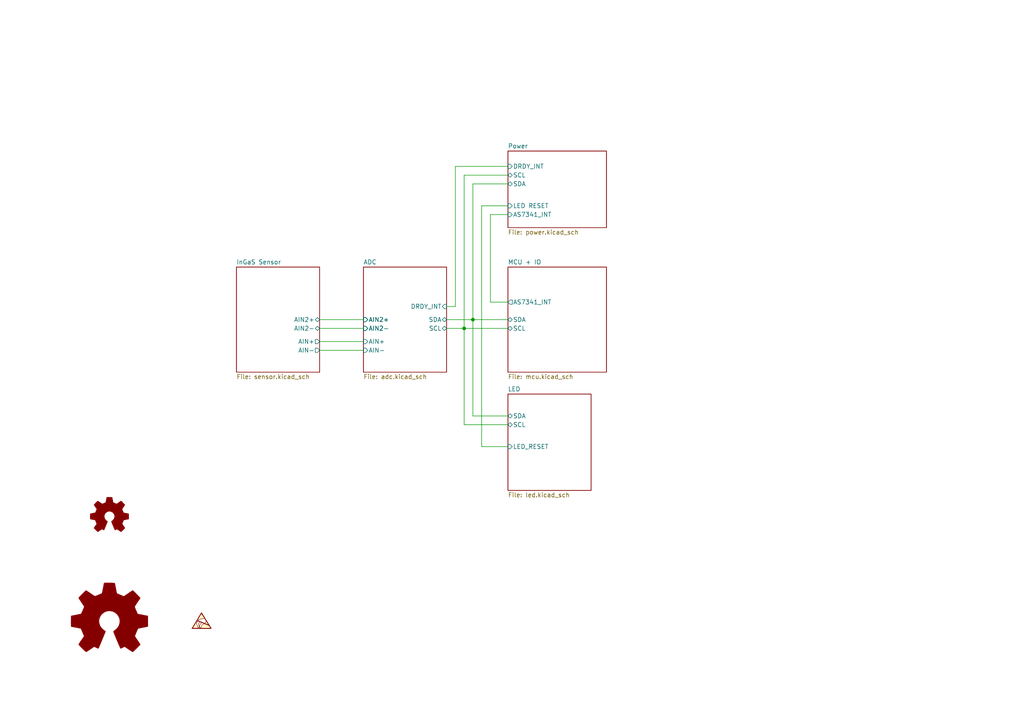
<source format=kicad_sch>
(kicad_sch (version 20230121) (generator eeschema)
  (paper "A4")
  (title_block (title "Development Board") (date "2023-10-29") (rev "3") (company "Plastic Scanner"))
  (lib_symbols
    (symbol "Graphic:Logo_Open_Hardware_Large" (pin_names (offset 1.016))
      (symbol "Logo_Open_Hardware_Large_1_1"
        (polyline (pts (xy 6.731 -8.7122) (xy 6.6294 -8.6614) (xy 6.35 -8.4836) (xy 5.9944 -8.255) (xy 5.5372 -7.9502) (xy 5.1054 -7.6454) (xy 4.7498 -7.4168) (xy 4.4958 -7.239) (xy 4.3942 -7.1882) (xy 4.318 -7.2136) (xy 4.1148 -7.3152) (xy 3.81 -7.4676) (xy 3.6322 -7.5692) (xy 3.3528 -7.6708) (xy 3.2258 -7.6962) (xy 3.2004 -7.6708) (xy 3.0988 -7.4676) (xy 2.9464 -7.0866) (xy 2.7178 -6.604) (xy 2.4892 -6.0452) (xy 2.2352 -5.4356) (xy 1.9558 -4.826) (xy 1.7272 -4.2164) (xy 1.4986 -3.683) (xy 1.3208 -3.2512) (xy 1.2192 -2.9464) (xy 1.1684 -2.8194) (xy 1.1938 -2.794) (xy 1.3208 -2.667) (xy 1.5748 -2.4892) (xy 2.0828 -2.0574) (xy 2.6162 -1.397) (xy 2.921 -0.6604) (xy 3.048 0.1524) (xy 2.9464 0.9144) (xy 2.6416 1.6256) (xy 2.1336 2.286) (xy 1.524 2.7686) (xy 0.8128 3.0734) (xy 0 3.175) (xy -0.762 3.0988) (xy -1.4986 2.794) (xy -2.159 2.286) (xy -2.4384 1.9812) (xy -2.8194 1.3208) (xy -3.048 0.6096) (xy -3.0734 0.4318) (xy -3.0226 -0.3556) (xy -2.794 -1.0922) (xy -2.3876 -1.7526) (xy -1.8288 -2.3114) (xy -1.7526 -2.3622) (xy -1.4732 -2.5654) (xy -1.2954 -2.6924) (xy -1.1684 -2.8194) (xy -2.159 -5.207) (xy -2.3114 -5.588) (xy -2.5908 -6.2484) (xy -2.8194 -6.8072) (xy -3.0226 -7.2644) (xy -3.1496 -7.5692) (xy -3.2258 -7.6708) (xy -3.2258 -7.6962) (xy -3.302 -7.6962) (xy -3.4798 -7.6454) (xy -3.8354 -7.4676) (xy -4.0386 -7.366) (xy -4.2926 -7.239) (xy -4.4196 -7.1882) (xy -4.5212 -7.239) (xy -4.7498 -7.3914) (xy -5.1054 -7.6454) (xy -5.5372 -7.9248) (xy -5.9436 -8.2042) (xy -6.3246 -8.4582) (xy -6.604 -8.636) (xy -6.731 -8.7122) (xy -6.7564 -8.7122) (xy -6.858 -8.636) (xy -7.0866 -8.4582) (xy -7.4168 -8.1534) (xy -7.874 -7.6962) (xy -7.9502 -7.62) (xy -8.3312 -7.239) (xy -8.636 -6.9088) (xy -8.8392 -6.6802) (xy -8.9154 -6.5786) (xy -8.9154 -6.5786) (xy -8.8392 -6.4516) (xy -8.6614 -6.1722) (xy -8.4328 -5.7912) (xy -8.128 -5.3594) (xy -7.3152 -4.191) (xy -7.7724 -3.0988) (xy -7.8994 -2.7686) (xy -8.0772 -2.3622) (xy -8.2042 -2.0828) (xy -8.255 -1.9558) (xy -8.382 -1.905) (xy -8.6614 -1.8542) (xy -9.0932 -1.7526) (xy -9.6266 -1.651) (xy -10.1092 -1.5748) (xy -10.541 -1.4732) (xy -10.8712 -1.4224) (xy -11.0236 -1.397) (xy -11.049 -1.3716) (xy -11.0744 -1.2954) (xy -11.0998 -1.143) (xy -11.0998 -0.889) (xy -11.1252 -0.4572) (xy -11.1252 0.1524) (xy -11.1252 0.2286) (xy -11.0998 0.8128) (xy -11.0998 1.27) (xy -11.0744 1.5494) (xy -11.0744 1.6764) (xy -11.0744 1.6764) (xy -10.922 1.7018) (xy -10.6172 1.778) (xy -10.16 1.8542) (xy -9.652 1.9558) (xy -9.6012 1.9812) (xy -9.0932 2.0828) (xy -8.636 2.159) (xy -8.3312 2.2352) (xy -8.2042 2.286) (xy -8.1788 2.3114) (xy -8.0772 2.5146) (xy -7.9248 2.8448) (xy -7.747 3.2512) (xy -7.5692 3.6576) (xy -7.4168 4.0386) (xy -7.3152 4.318) (xy -7.2898 4.445) (xy -7.2898 4.445) (xy -7.366 4.572) (xy -7.5438 4.826) (xy -7.7978 5.207) (xy -8.128 5.6642) (xy -8.128 5.6896) (xy -8.4328 6.1468) (xy -8.6868 6.5278) (xy -8.8392 6.7818) (xy -8.9154 6.9088) (xy -8.9154 6.9088) (xy -8.8138 7.0358) (xy -8.5852 7.2898) (xy -8.255 7.6454) (xy -7.874 8.0264) (xy -7.747 8.1534) (xy -7.3152 8.5852) (xy -7.0104 8.8646) (xy -6.8326 8.9916) (xy -6.731 9.0424) (xy -6.731 9.0424) (xy -6.604 8.9408) (xy -6.3246 8.763) (xy -5.9436 8.509) (xy -5.4864 8.2042) (xy -5.461 8.1788) (xy -5.0038 7.874) (xy -4.6482 7.62) (xy -4.3688 7.4422) (xy -4.2672 7.3914) (xy -4.2418 7.3914) (xy -4.064 7.4422) (xy -3.7338 7.5438) (xy -3.3528 7.6962) (xy -2.9464 7.874) (xy -2.5654 8.0264) (xy -2.286 8.1534) (xy -2.159 8.2296) (xy -2.159 8.2296) (xy -2.1082 8.382) (xy -2.032 8.7122) (xy -1.9304 9.1694) (xy -1.8288 9.7282) (xy -1.8034 9.8044) (xy -1.7018 10.3378) (xy -1.6256 10.7696) (xy -1.5748 11.0744) (xy -1.524 11.2014) (xy -1.4478 11.2268) (xy -1.1938 11.2522) (xy -0.8128 11.2522) (xy -0.3302 11.2522) (xy 0.1524 11.2522) (xy 0.6604 11.2522) (xy 1.0668 11.2268) (xy 1.3716 11.2014) (xy 1.4986 11.176) (xy 1.4986 11.176) (xy 1.5494 11.0236) (xy 1.6256 10.6934) (xy 1.7018 10.2108) (xy 1.8288 9.6774) (xy 1.8288 9.5758) (xy 1.9304 9.0424) (xy 2.032 8.6106) (xy 2.0828 8.3058) (xy 2.1336 8.2042) (xy 2.159 8.1788) (xy 2.3876 8.0772) (xy 2.7432 7.9248) (xy 3.175 7.747) (xy 4.191 7.3406) (xy 5.461 8.2042) (xy 5.5626 8.2804) (xy 6.0198 8.5852) (xy 6.3754 8.8392) (xy 6.6294 8.9916) (xy 6.7564 9.0424) (xy 6.7564 9.0424) (xy 6.8834 8.9408) (xy 7.1374 8.7122) (xy 7.4676 8.382) (xy 7.8486 7.9756) (xy 8.1534 7.6962) (xy 8.4836 7.3406) (xy 8.7122 7.112) (xy 8.8392 6.9596) (xy 8.8646 6.858) (xy 8.8646 6.8072) (xy 8.7884 6.6802) (xy 8.6106 6.4008) (xy 8.3312 6.0198) (xy 8.0264 5.588) (xy 7.7978 5.207) (xy 7.5184 4.8006) (xy 7.3406 4.4958) (xy 7.2898 4.3434) (xy 7.2898 4.2926) (xy 7.3914 4.0386) (xy 7.5184 3.683) (xy 7.7216 3.2258) (xy 8.1534 2.2352) (xy 8.7884 2.1082) (xy 9.1948 2.0574) (xy 9.7536 1.9304) (xy 10.2616 1.8288) (xy 11.0998 1.6764) (xy 11.1252 -1.3208) (xy 10.9982 -1.3716) (xy 10.8712 -1.397) (xy 10.5664 -1.4732) (xy 10.1346 -1.5494) (xy 9.6266 -1.651) (xy 9.1948 -1.7272) (xy 8.7376 -1.8288) (xy 8.4328 -1.8796) (xy 8.2804 -1.905) (xy 8.255 -1.9558) (xy 8.1534 -2.159) (xy 7.9756 -2.5146) (xy 7.8232 -2.921) (xy 7.6454 -3.3274) (xy 7.493 -3.7338) (xy 7.366 -4.0132) (xy 7.3406 -4.191) (xy 7.3914 -4.2926) (xy 7.5692 -4.5466) (xy 7.7978 -4.9276) (xy 8.1026 -5.3594) (xy 8.4074 -5.7912) (xy 8.6614 -6.1722) (xy 8.8138 -6.4262) (xy 8.89 -6.5532) (xy 8.8646 -6.6548) (xy 8.6868 -6.858) (xy 8.3566 -7.1882) (xy 7.874 -7.6708) (xy 7.7978 -7.747) (xy 7.3914 -8.128) (xy 7.0612 -8.4328) (xy 6.8326 -8.636) (xy 6.731 -8.7122)) (fill (type outline)))
      )
    )
    (symbol "Graphic:Logo_Open_Hardware_Small" (pin_names (offset 1.016))
      (symbol "Logo_Open_Hardware_Small_0_1"
        (polyline (pts (xy 3.3528 -4.3434) (xy 3.302 -4.318) (xy 3.175 -4.2418) (xy 2.9972 -4.1148) (xy 2.7686 -3.9624) (xy 2.54 -3.81) (xy 2.3622 -3.7084) (xy 2.2352 -3.6068) (xy 2.1844 -3.5814) (xy 2.159 -3.6068) (xy 2.0574 -3.6576) (xy 1.905 -3.7338) (xy 1.8034 -3.7846) (xy 1.6764 -3.8354) (xy 1.6002 -3.8354) (xy 1.6002 -3.8354) (xy 1.5494 -3.7338) (xy 1.4732 -3.5306) (xy 1.3462 -3.302) (xy 1.2446 -3.0226) (xy 1.1176 -2.7178) (xy 0.9652 -2.413) (xy 0.8636 -2.1082) (xy 0.7366 -1.8288) (xy 0.6604 -1.6256) (xy 0.6096 -1.4732) (xy 0.5842 -1.397) (xy 0.5842 -1.397) (xy 0.6604 -1.3208) (xy 0.7874 -1.2446) (xy 1.0414 -1.016) (xy 1.2954 -0.6858) (xy 1.4478 -0.3302) (xy 1.524 0.0762) (xy 1.4732 0.4572) (xy 1.3208 0.8128) (xy 1.0668 1.143) (xy 0.762 1.3716) (xy 0.4064 1.524) (xy 0 1.5748) (xy -0.381 1.5494) (xy -0.7366 1.397) (xy -1.0668 1.143) (xy -1.2192 0.9906) (xy -1.397 0.6604) (xy -1.524 0.3048) (xy -1.524 0.2286) (xy -1.4986 -0.1778) (xy -1.397 -0.5334) (xy -1.1938 -0.8636) (xy -0.9144 -1.143) (xy -0.8636 -1.1684) (xy -0.7366 -1.27) (xy -0.635 -1.3462) (xy -0.5842 -1.397) (xy -1.0668 -2.5908) (xy -1.143 -2.794) (xy -1.2954 -3.1242) (xy -1.397 -3.4036) (xy -1.4986 -3.6322) (xy -1.5748 -3.7846) (xy -1.6002 -3.8354) (xy -1.6002 -3.8354) (xy -1.651 -3.8354) (xy -1.7272 -3.81) (xy -1.905 -3.7338) (xy -2.0066 -3.683) (xy -2.1336 -3.6068) (xy -2.2098 -3.5814) (xy -2.2606 -3.6068) (xy -2.3622 -3.683) (xy -2.54 -3.81) (xy -2.7686 -3.9624) (xy -2.9718 -4.0894) (xy -3.1496 -4.2164) (xy -3.302 -4.318) (xy -3.3528 -4.3434) (xy -3.3782 -4.3434) (xy -3.429 -4.318) (xy -3.5306 -4.2164) (xy -3.7084 -4.064) (xy -3.937 -3.8354) (xy -3.9624 -3.81) (xy -4.1656 -3.6068) (xy -4.318 -3.4544) (xy -4.4196 -3.3274) (xy -4.445 -3.2766) (xy -4.445 -3.2766) (xy -4.4196 -3.2258) (xy -4.318 -3.0734) (xy -4.2164 -2.8956) (xy -4.064 -2.667) (xy -3.6576 -2.0828) (xy -3.8862 -1.5494) (xy -3.937 -1.3716) (xy -4.0386 -1.1684) (xy -4.0894 -1.0414) (xy -4.1148 -0.9652) (xy -4.191 -0.9398) (xy -4.318 -0.9144) (xy -4.5466 -0.8636) (xy -4.8006 -0.8128) (xy -5.0546 -0.7874) (xy -5.2578 -0.7366) (xy -5.4356 -0.7112) (xy -5.5118 -0.6858) (xy -5.5118 -0.6858) (xy -5.5372 -0.635) (xy -5.5372 -0.5588) (xy -5.5372 -0.4318) (xy -5.5626 -0.2286) (xy -5.5626 0.0762) (xy -5.5626 0.127) (xy -5.5372 0.4064) (xy -5.5372 0.635) (xy -5.5372 0.762) (xy -5.5372 0.8382) (xy -5.5372 0.8382) (xy -5.461 0.8382) (xy -5.3086 0.889) (xy -5.08 0.9144) (xy -4.826 0.9652) (xy -4.8006 0.9906) (xy -4.5466 1.0414) (xy -4.318 1.0668) (xy -4.1656 1.1176) (xy -4.0894 1.143) (xy -4.0894 1.143) (xy -4.0386 1.2446) (xy -3.9624 1.4224) (xy -3.8608 1.6256) (xy -3.7846 1.8288) (xy -3.7084 2.0066) (xy -3.6576 2.159) (xy -3.6322 2.2098) (xy -3.6322 2.2098) (xy -3.683 2.286) (xy -3.7592 2.413) (xy -3.8862 2.5908) (xy -4.064 2.8194) (xy -4.064 2.8448) (xy -4.2164 3.0734) (xy -4.3434 3.2512) (xy -4.4196 3.3782) (xy -4.445 3.4544) (xy -4.445 3.4544) (xy -4.3942 3.5052) (xy -4.2926 3.6322) (xy -4.1148 3.81) (xy -3.937 4.0132) (xy -3.8608 4.064) (xy -3.6576 4.2926) (xy -3.5052 4.4196) (xy -3.4036 4.4958) (xy -3.3528 4.5212) (xy -3.3528 4.5212) (xy -3.302 4.4704) (xy -3.1496 4.3688) (xy -2.9718 4.2418) (xy -2.7432 4.0894) (xy -2.7178 4.0894) (xy -2.4892 3.937) (xy -2.3114 3.81) (xy -2.1844 3.7084) (xy -2.1336 3.683) (xy -2.1082 3.683) (xy -2.032 3.7084) (xy -1.8542 3.7592) (xy -1.6764 3.8354) (xy -1.4732 3.937) (xy -1.27 4.0132) (xy -1.143 4.064) (xy -1.0668 4.1148) (xy -1.0668 4.1148) (xy -1.0414 4.191) (xy -1.016 4.3434) (xy -0.9652 4.572) (xy -0.9144 4.8514) (xy -0.889 4.9022) (xy -0.8382 5.1562) (xy -0.8128 5.3848) (xy -0.7874 5.5372) (xy -0.762 5.588) (xy -0.7112 5.6134) (xy -0.5842 5.6134) (xy -0.4064 5.6134) (xy -0.1524 5.6134) (xy 0.0762 5.6134) (xy 0.3302 5.6134) (xy 0.5334 5.6134) (xy 0.6858 5.588) (xy 0.7366 5.588) (xy 0.7366 5.588) (xy 0.762 5.5118) (xy 0.8128 5.334) (xy 0.8382 5.1054) (xy 0.9144 4.826) (xy 0.9144 4.7752) (xy 0.9652 4.5212) (xy 1.016 4.2926) (xy 1.0414 4.1402) (xy 1.0668 4.0894) (xy 1.0668 4.0894) (xy 1.1938 4.0386) (xy 1.3716 3.9624) (xy 1.5748 3.8608) (xy 2.0828 3.6576) (xy 2.7178 4.0894) (xy 2.7686 4.1402) (xy 2.9972 4.2926) (xy 3.175 4.4196) (xy 3.302 4.4958) (xy 3.3782 4.5212) (xy 3.3782 4.5212) (xy 3.429 4.4704) (xy 3.556 4.3434) (xy 3.7338 4.191) (xy 3.9116 3.9878) (xy 4.064 3.8354) (xy 4.2418 3.6576) (xy 4.3434 3.556) (xy 4.4196 3.4798) (xy 4.4196 3.429) (xy 4.4196 3.4036) (xy 4.3942 3.3274) (xy 4.2926 3.2004) (xy 4.1656 2.9972) (xy 4.0132 2.794) (xy 3.8862 2.5908) (xy 3.7592 2.3876) (xy 3.6576 2.2352) (xy 3.6322 2.159) (xy 3.6322 2.1336) (xy 3.683 2.0066) (xy 3.7592 1.8288) (xy 3.8608 1.6002) (xy 4.064 1.1176) (xy 4.3942 1.0414) (xy 4.5974 1.016) (xy 4.8768 0.9652) (xy 5.1308 0.9144) (xy 5.5372 0.8382) (xy 5.5626 -0.6604) (xy 5.4864 -0.6858) (xy 5.4356 -0.6858) (xy 5.2832 -0.7366) (xy 5.0546 -0.762) (xy 4.8006 -0.8128) (xy 4.5974 -0.8636) (xy 4.3688 -0.9144) (xy 4.2164 -0.9398) (xy 4.1402 -0.9398) (xy 4.1148 -0.9652) (xy 4.064 -1.0668) (xy 3.9878 -1.2446) (xy 3.9116 -1.4478) (xy 3.81 -1.651) (xy 3.7338 -1.8542) (xy 3.683 -2.0066) (xy 3.6576 -2.0828) (xy 3.683 -2.1336) (xy 3.7846 -2.2606) (xy 3.8862 -2.4638) (xy 4.0386 -2.667) (xy 4.191 -2.8956) (xy 4.318 -3.0734) (xy 4.3942 -3.2004) (xy 4.445 -3.2766) (xy 4.4196 -3.3274) (xy 4.3434 -3.429) (xy 4.1656 -3.5814) (xy 3.937 -3.8354) (xy 3.8862 -3.8608) (xy 3.683 -4.064) (xy 3.5306 -4.2164) (xy 3.4036 -4.318) (xy 3.3528 -4.3434)) (fill (type outline)))
      )
    )
    (symbol "Graphic:SYM_ESD_Small" (pin_names (offset 1.016))
      (symbol "SYM_ESD_Small_0_0"
        (polyline (pts (xy -1.27 0.381) (xy 2.159 -1.016)) (stroke (width 0.254)))
        (polyline (pts (xy -2.667 -1.905) (xy 2.794 -1.905) (xy 0 2.54) (xy -2.667 -1.905)) (stroke (width 0.254)))
        (polyline (pts (xy 2.7432 -1.905) (xy 2.7178 -1.8796) (xy 2.6162 -1.6764) (xy 2.5654 -1.6002) (xy 2.4892 -1.4986) (xy 2.4384 -1.3716) (xy 1.7526 -0.2286) (xy 1.7018 -0.127) (xy 1.6256 -0.0508) (xy 1.6002 0.0508) (xy 1.5494 0.1016) (xy 1.4986 0.2032) (xy 1.4732 0.2286) (xy 1.4732 0.2032) (xy 1.4478 0.2032) (xy 1.3208 0.0762) (xy 1.2954 0.0254) (xy 1.2954 -0.0254) (xy 1.27 -0.0762) (xy 1.2446 -0.1524) (xy 1.143 -0.254) (xy 1.0922 -0.3302) (xy 1.0414 -0.3556) (xy 0.9144 -0.4826) (xy 0.762 -0.5842) (xy 0.6604 -0.6604) (xy 0.508 -0.762) (xy 0.4572 -0.8128) (xy 0.3556 -0.8636) (xy 0.3048 -0.9144) (xy 0.2286 -0.9652) (xy 0.0762 -1.1938) (xy 0.0254 -1.2954) (xy -0.0254 -1.4224) (xy -0.0508 -1.4986) (xy -0.1016 -1.5748) (xy -0.127 -1.651) (xy -0.1778 -1.6764) (xy -0.2032 -1.7272) (xy -0.254 -1.7526) (xy -0.4064 -1.7526) (xy -0.4064 -1.7272) (xy -0.4572 -1.7018) (xy -0.4826 -1.6256) (xy -0.508 -1.524) (xy -0.508 -1.0922) (xy -0.4572 -0.889) (xy -0.4064 -0.8128) (xy -0.254 -0.6604) (xy -0.2032 -0.5842) (xy -0.127 -0.5334) (xy -0.1016 -0.4826) (xy -0.0762 -0.4064) (xy -0.0508 -0.3556) (xy -0.0254 -0.3302) (xy -0.0254 -0.2794) (xy 0 -0.2286) (xy -0.0762 -0.1524) (xy -0.127 -0.127) (xy -0.1524 -0.0762) (xy -0.2032 -0.0508) (xy -0.2286 -0.0254) (xy -0.254 -0.0254) (xy -0.3048 -0.0762) (xy -0.3556 -0.1016) (xy -0.4318 -0.127) (xy -0.4826 -0.1524) (xy -0.5588 -0.2286) (xy -0.6096 -0.254) (xy -0.8382 -0.4826) (xy -0.8128 -0.5588) (xy -0.7874 -0.5842) (xy -0.7874 -0.8636) (xy -0.8128 -0.889) (xy -0.8128 -0.9652) (xy -0.762 -1.016) (xy -0.762 -1.0414) (xy -0.6604 -1.2954) (xy -0.6604 -1.5748) (xy -0.6858 -1.6002) (xy -0.6858 -1.6256) (xy -0.7366 -1.7018) (xy -0.8382 -1.7526) (xy -0.9144 -1.7526) (xy -0.9398 -1.7272) (xy -0.9652 -1.6764) (xy -1.016 -1.6002) (xy -1.0414 -1.524) (xy -1.143 -1.27) (xy -1.2192 -1.0414) (xy -1.27 -0.9652) (xy -1.2954 -0.889) (xy -1.3208 -0.8382) (xy -1.3208 -0.8128) (xy -1.3716 -0.7112) (xy -1.397 -0.5842) (xy -1.397 -0.4826) (xy -1.3716 -0.381) (xy -1.3208 -0.254) (xy -1.2954 -0.2032) (xy -1.1938 -0.0508) (xy -1.0414 0.1524) (xy -0.9906 0.2032) (xy -0.9652 0.254) (xy -0.9144 0.3302) (xy -0.889 0.381) (xy -0.8636 0.381) (xy -0.8128 0.508) (xy -0.6096 0.7112) (xy -0.5334 0.7366) (xy -0.508 0.762) (xy -0.4318 0.762) (xy -0.3556 0.7874) (xy -0.2286 0.8128) (xy -0.1016 0.8128) (xy 0.0508 0.8382) (xy 0.2032 0.8382) (xy 0.3048 0.8636) (xy 0.4826 0.8636) (xy 0.5334 0.889) (xy 0.5842 0.889) (xy 0.6858 0.9398) (xy 0.7112 0.9652) (xy 0.762 0.9906) (xy 0.8128 1.0414) (xy 0.8636 1.0668) (xy 0.889 1.1176) (xy 0.9144 1.143) (xy 0.9144 1.1938) (xy 0.889 1.2192) (xy 0.8636 1.27) (xy 0.8128 1.3462) (xy 0.7112 1.5494) (xy 0.635 1.651) (xy 0.5842 1.7526) (xy 0.508 1.8796) (xy 0.4572 1.9558) (xy 0.381 2.0828) (xy 0.3048 2.1844) (xy 0.254 2.286) (xy 0.2032 2.3622) (xy 0.1778 2.4384) (xy 0.1016 2.5146) (xy 0.1016 2.54) (xy 0.0762 2.5654) (xy 0.0762 2.5908) (xy 0.0254 2.5908) (xy 0.0254 2.5654) (xy -0.0254 2.5146) (xy -0.1016 2.3622) (xy -0.254 2.1336) (xy -0.3048 2.032) (xy -0.4572 1.778) (xy -0.5588 1.6256) (xy -0.762 1.27) (xy -0.889 1.0668) (xy -1.016 0.8382) (xy -1.1684 0.6096) (xy -1.3208 0.3302) (xy -1.397 0.2032) (xy -1.524 -0.0254) (xy -1.778 -0.4318) (xy -1.8796 -0.635) (xy -2.0066 -0.8128) (xy -2.1082 -0.9906) (xy -2.2098 -1.143) (xy -2.286 -1.2954) (xy -2.4384 -1.5494) (xy -2.4892 -1.651) (xy -2.5654 -1.7526) (xy -2.5908 -1.8288) (xy -2.6162 -1.8796) (xy -2.6416 -1.905) (xy -2.6416 -1.9304) (xy 2.7432 -1.9304) (xy 2.7432 -1.905)) (stroke (width 0.127)) (fill (type background)))
      )
    )
  )
  (junction (at 134.62 95.25))
  (junction (at 137.16 92.71))
  (wire (pts (xy 139.7 129.54) (xy 139.7 59.69)))
  (wire (pts (xy 147.32 62.23) (xy 142.24 62.23)))
  (wire (pts (xy 132.08 48.26) (xy 147.32 48.26)))
  (wire (pts (xy 92.71 99.06) (xy 105.41 99.06)))
  (wire (pts (xy 137.16 53.34) (xy 137.16 92.71)))
  (wire (pts (xy 92.71 101.6) (xy 105.41 101.6)))
  (wire (pts (xy 132.08 88.9) (xy 132.08 48.26)))
  (wire (pts (xy 147.32 120.65) (xy 137.16 120.65)))
  (wire (pts (xy 129.54 95.25) (xy 134.62 95.25)))
  (wire (pts (xy 129.54 88.9) (xy 132.08 88.9)))
  (wire (pts (xy 134.62 123.19) (xy 147.32 123.19)))
  (wire (pts (xy 134.62 50.8) (xy 147.32 50.8)))
  (wire (pts (xy 147.32 53.34) (xy 137.16 53.34)))
  (wire (pts (xy 134.62 95.25) (xy 134.62 50.8)))
  (wire (pts (xy 92.71 95.25) (xy 105.41 95.25)))
  (wire (pts (xy 147.32 129.54) (xy 139.7 129.54)))
  (wire (pts (xy 92.71 92.71) (xy 105.41 92.71)))
  (wire (pts (xy 137.16 120.65) (xy 137.16 92.71)))
  (wire (pts (xy 139.7 59.69) (xy 147.32 59.69)))
  (wire (pts (xy 137.16 92.71) (xy 147.32 92.71)))
  (wire (pts (xy 129.54 92.71) (xy 137.16 92.71)))
  (wire (pts (xy 142.24 87.63) (xy 147.32 87.63)))
  (wire (pts (xy 142.24 62.23) (xy 142.24 87.63)))
  (wire (pts (xy 134.62 95.25) (xy 147.32 95.25)))
  (wire (pts (xy 134.62 95.25) (xy 134.62 123.19)))
  (symbol (lib_id "Graphic:Logo_Open_Hardware_Small") (at 31.75 149.86 0) (unit 1)
    (property "Reference" "LOGO2" (effects hide))
    (property "Value" "PlasticScannerLogo" (effects hide))
    (property "Footprint" "PlasticScannerLibrary:PlasticScannerLogo" (effects hide))
  )
  (symbol (lib_id "Graphic:Logo_Open_Hardware_Large") (at 31.75 180.34 0) (unit 1)
    (property "Reference" "LOGO1" (effects hide))
    (property "Value" "OSHW-Logo_11.4x12mm_SilkScreen" (effects hide))
    (property "Footprint" "Symbol:OSHW-Logo_11.4x12mm_SilkScreen" (effects hide))
  )
  (symbol (lib_id "Graphic:SYM_ESD_Small") (at 58.42 180.34 0) (unit 1)
    (property "Reference" "#SYM1" (effects hide))
    (property "Value" "SYM_ESD_Small" (effects hide))
  )
  (sheet (at 147.32 114.3) (size 24.13 27.94) (stroke (width 0.1524))
    (property "Sheetname" "LED" (at 147.32 113.5884 0) (effects (justify left bottom)))
    (property "Sheetfile" "led.kicad_sch" (at 147.32 142.8246 0) (effects (justify left top)))
    (pin "SDA" bidirectional (at 147.32 120.65 180))
    (pin "SCL" bidirectional (at 147.32 123.19 180))
    (pin "LED_RESET" input (at 147.32 129.54 180))
  )
  (sheet (at 147.32 43.815) (size 28.575 22.225) (stroke (width 0.1524))
    (property "Sheetname" "Power" (at 147.32 43.1034 0) (effects (justify left bottom)))
    (property "Sheetfile" "power.kicad_sch" (at 147.32 66.6246 0) (effects (justify left top)))
    (pin "AS7341_INT" input (at 147.32 62.23 180))
    (pin "LED RESET" input (at 147.32 59.69 180))
    (pin "DRDY_INT" input (at 147.32 48.26 180))
    (pin "SDA" bidirectional (at 147.32 53.34 180))
    (pin "SCL" bidirectional (at 147.32 50.8 180))
  )
  (sheet (at 68.58 77.47) (size 24.13 30.48) (stroke (width 0.1524))
    (property "Sheetname" "InGaS Sensor" (at 68.58 76.7584 0) (effects (justify left bottom)))
    (property "Sheetfile" "sensor.kicad_sch" (at 68.58 108.5346 0) (effects (justify left top)))
    (pin "AIN-" output (at 92.71 101.6 0))
    (pin "AIN+" output (at 92.71 99.06 0))
    (pin "AIN2-" bidirectional (at 92.71 95.25 0))
    (pin "AIN2+" bidirectional (at 92.71 92.71 0))
  )
  (sheet (at 105.41 77.47) (size 24.13 30.48) (stroke (width 0.1524))
    (property "Sheetname" "ADC" (at 105.41 76.7584 0) (effects (justify left bottom)))
    (property "Sheetfile" "adc.kicad_sch" (at 105.41 108.5346 0) (effects (justify left top)))
    (pin "AIN+" input (at 105.41 99.06 180))
    (pin "AIN-" input (at 105.41 101.6 180))
    (pin "AIN2+" input (at 105.41 92.71 180))
    (pin "AIN2-" input (at 105.41 95.25 180))
    (pin "AIN2+" input (at 105.41 92.71 180))
    (pin "AIN2-" input (at 105.41 95.25 180))
    (pin "SDA" bidirectional (at 129.54 92.71 0))
    (pin "SCL" bidirectional (at 129.54 95.25 0))
    (pin "DRDY_INT" input (at 129.54 88.9 0))
  )
  (sheet (at 147.32 77.47) (size 28.575 30.48) (stroke (width 0.1524))
    (property "Sheetname" "MCU + IO" (at 147.32 76.7584 0) (effects (justify left bottom)))
    (property "Sheetfile" "mcu.kicad_sch" (at 147.32 108.5346 0) (effects (justify left top)))
    (pin "SDA" bidirectional (at 147.32 92.71 180))
    (pin "SCL" bidirectional (at 147.32 95.25 180))
    (pin "AS7341_INT" output (at 147.32 87.63 180))
  )
)
</source>
